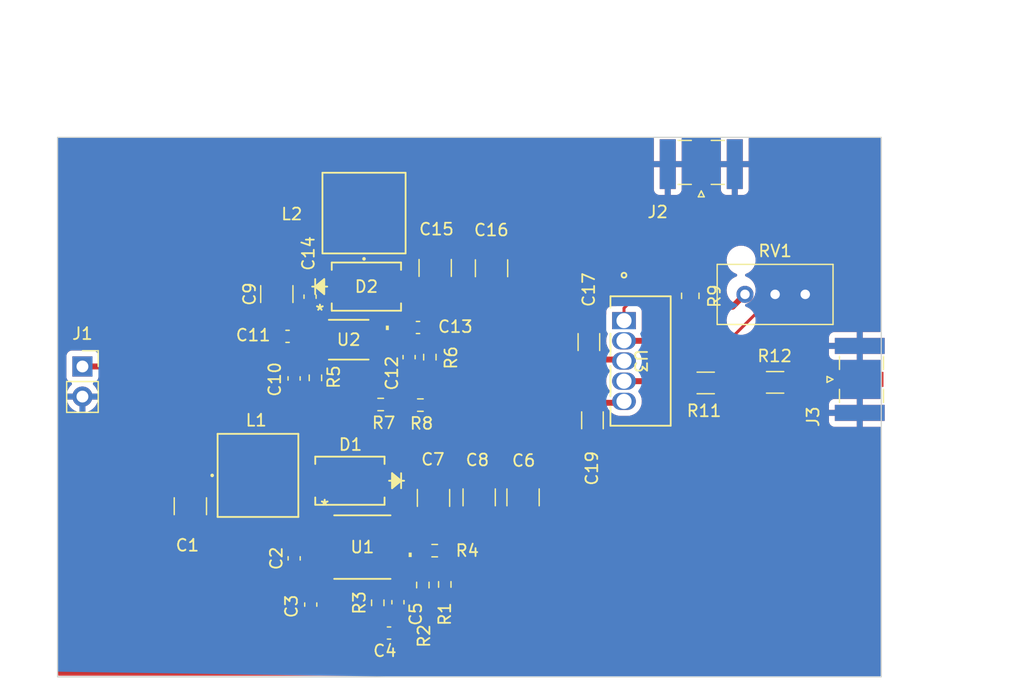
<source format=kicad_pcb>
(kicad_pcb (version 20221018) (generator pcbnew)
  (layers (0 "F.Cu" signal) (31 "B.Cu" signal) (34 "B.Paste" user) (35 "F.Paste" user) (36 "B.SilkS" user "B.Silkscreen") (37 "F.SilkS" user "F.Silkscreen") (38 "B.Mask" user) (39 "F.Mask" user) (44 "Edge.Cuts" user))
  (net 0 "")
  (net 1 "VCC")
  (net 2 "GND")
  (net 3 "+30V")
  (net 4 "-30V")
  (net 5 "/FB+")
  (net 6 "/SW")
  (net 7 "/FB-")
  (net 10 "/COMP+")
  (net 11 "/COMP-")
  (net 12 "Net-(U2-BOOT)")
  (net 13 "/PH")
  (net 14 "Net-(U2-SS{slash}TR)")
  (net 15 "Net-(U2-RT{slash}CLK)")
  (net 16 "/VIN")
  (net 17 "/VOUT")
  (net 18 "/Vfb")
  (net 19 "/Vo")
  (net 20 "Net-(U1-SS)")
  (net 21 "Net-(C4-Pad1)")
  (net 22 "Net-(U1-FREQ)")
  (net 23 "Net-(R11-Pad2)")
  (net 25 "Net-(C13-Pad1)")
  (footprint "Resistor_SMD:R_0603_1608Metric" (layer "F.Cu") (at 99.95 73.6 -90)
    (fp_text reference "R1" (at 2.5 0 90) (layer "F.SilkS"))
    (fp_text value "232k")
    (fp_line (start -0.237258 -0.5225) (end 0.237258 -0.5225) (stroke (width 0.12)) (layer "F.SilkS"))
    (fp_line (start -0.237258 0.5225) (end 0.237258 0.5225) (stroke (width 0.12)) (layer "F.SilkS"))
    (pad "1" smd roundrect (at -0.825 0 270) (size 0.8 0.95) (layers "F.Cu" "F.Paste" "F.Mask") (net 5 "/FB+"))
    (pad "2" smd roundrect (at 0.825 0 270) (size 0.8 0.95) (layers "F.Cu" "F.Paste" "F.Mask") (net 3 "+30V"))
  )
  (footprint "TPS54260:DGQ10_1P88X1P57" (layer "F.Cu") (at 91.85 52.95)
    (fp_text reference "U2" (at 0 0 unlocked) (layer "F.SilkS"))
    (fp_text value "TPS54260DGQ")
    (fp_text user "*" (at -2.428999 -2.413 unlocked) (layer "F.SilkS"))
    (fp_text user "*" (at -2.428999 -2.413) (layer "F.SilkS"))
    (fp_line (start -1.676999 1.676999) (end 1.676999 1.676999) (stroke (width 0.1524)) (layer "F.SilkS"))
    (fp_line (start 1.676999 -1.676999) (end -1.676999 -1.676999) (stroke (width 0.1524)) (layer "F.SilkS"))
    (fp_poly (pts (xy 3.382998 -1.190501) (xy 3.382998 -0.809501) (xy 3.128998 -0.809501) (xy 3.128998 -1.190501)) (fill solid) (layer "F.SilkS"))
    (pad "1" smd rect (at -2.174999 -1.000001) (size 1.399999 0.27) (layers "F.Cu" "F.Paste" "F.Mask") (net 12 "Net-(U2-BOOT)"))
    (pad "2" smd rect (at -2.174999 -0.499999) (size 1.399999 0.27) (layers "F.Cu" "F.Paste" "F.Mask") (net 1 "VCC"))
    (pad "3" smd rect (at -2.174999 0) (size 1.399999 0.27) (layers "F.Cu" "F.Paste" "F.Mask"))
    (pad "4" smd rect (at -2.174999 0.499999) (size 1.399999 0.27) (layers "F.Cu" "F.Paste" "F.Mask") (net 14 "Net-(U2-SS{slash}TR)"))
    (pad "5" smd rect (at -2.174999 1.000001) (size 1.399999 0.27) (layers "F.Cu" "F.Paste" "F.Mask") (net 15 "Net-(U2-RT{slash}CLK)"))
    (pad "6" smd rect (at 2.174999 1.000001) (size 1.399999 0.27) (layers "F.Cu" "F.Paste" "F.Mask"))
    (pad "7" smd rect (at 2.174999 0.499999) (size 1.399999 0.27) (layers "F.Cu" "F.Paste" "F.Mask") (net 7 "/FB-"))
    (pad "8" smd rect (at 2.174999 0) (size 1.399999 0.27) (layers "F.Cu" "F.Paste" "F.Mask") (net 11 "/COMP-"))
    (pad "9" smd rect (at -0.05 0) (size 2.2 3.1) (layers "F.Cu" "F.Paste" "F.Mask") (net 4 "-30V"))
    (pad "9" smd rect (at 2.174999 -0.499999) (size 1.399999 0.27) (layers "F.Cu" "F.Paste" "F.Mask") (net 4 "-30V"))
    (pad "10" smd rect (at 2.174999 -1.000001) (size 1.399999 0.27) (layers "F.Cu" "F.Paste" "F.Mask") (net 13 "/PH"))
  )
  (footprint "Resistor_SMD:R_1206_3216Metric" (layer "F.Cu") (at 127.8 56.55)
    (fp_text reference "R12" (at -0.04 -2.2232) (layer "F.SilkS"))
    (fp_text value "2")
    (fp_line (start -0.727064 -0.91) (end 0.727064 -0.91) (stroke (width 0.12)) (layer "F.SilkS"))
    (fp_line (start -0.727064 0.91) (end 0.727064 0.91) (stroke (width 0.12)) (layer "F.SilkS"))
    (pad "1" smd roundrect (at -1.4625 0) (size 1.125 1.75) (layers "F.Cu" "F.Paste" "F.Mask") (roundrect_rratio 0.222222) (net 23 "Net-(R11-Pad2)"))
    (pad "2" smd roundrect (at 1.4625 0) (size 1.125 1.75) (layers "F.Cu" "F.Paste" "F.Mask") (roundrect_rratio 0.222222) (net 17 "/VOUT"))
  )
  (footprint "Capacitor_SMD:C_1210_3225Metric" (layer "F.Cu") (at 102.85 66.25 -90)
    (fp_text reference "C8" (at -3.15 0.15 -180) (layer "F.SilkS"))
    (fp_text value "10u")
    (fp_line (start -0.711252 -1.36) (end 0.711252 -1.36) (stroke (width 0.12)) (layer "F.SilkS"))
    (fp_line (start -0.711252 1.36) (end 0.711252 1.36) (stroke (width 0.12)) (layer "F.SilkS"))
    (pad "1" smd roundrect (at -1.475 0 270) (size 1.15 2.7) (layers "F.Cu" "F.Paste" "F.Mask") (roundrect_rratio 0.217391) (net 3 "+30V"))
    (pad "2" smd roundrect (at 1.475 0 270) (size 1.15 2.7) (layers "F.Cu" "F.Paste" "F.Mask") (roundrect_rratio 0.217391) (net 2 "GND"))
  )
  (footprint "Capacitor_SMD:C_1210_3225Metric" (layer "F.Cu") (at 106.55 66.25 -90)
    (fp_text reference "C6" (at -3.1 -0.05 -180) (layer "F.SilkS"))
    (fp_text value "10u")
    (fp_line (start -0.711252 -1.36) (end 0.711252 -1.36) (stroke (width 0.12)) (layer "F.SilkS"))
    (fp_line (start -0.711252 1.36) (end 0.711252 1.36) (stroke (width 0.12)) (layer "F.SilkS"))
    (pad "1" smd roundrect (at -1.475 0 270) (size 1.15 2.7) (layers "F.Cu" "F.Paste" "F.Mask") (roundrect_rratio 0.217391) (net 3 "+30V"))
    (pad "2" smd roundrect (at 1.475 0 270) (size 1.15 2.7) (layers "F.Cu" "F.Paste" "F.Mask") (roundrect_rratio 0.217391) (net 2 "GND"))
  )
  (footprint "OPA544T:KC5" (layer "F.Cu") (at 115.06 51.3446 -90)
    (fp_text reference "U3" (at 3.4036 -1.397 -90 unlocked) (layer "F.SilkS"))
    (fp_text value "OPA544T")
    (fp_line (start -2.0574 -3.937) (end -2.0574 1.143) (stroke (width 0.1524)) (layer "F.SilkS"))
    (fp_line (start -2.0574 1.143) (end -1.103942 1.143) (stroke (width 0.1524)) (layer "F.SilkS"))
    (fp_line (start 1.103942 1.143) (end 2.972091 1.143) (stroke (width 0.1524)) (layer "F.SilkS"))
    (fp_line (start 3.835109 1.143) (end 6.375691 1.143) (stroke (width 0.1524)) (layer "F.SilkS"))
    (fp_line (start 7.238709 1.143) (end 8.8646 1.143) (stroke (width 0.1524)) (layer "F.SilkS"))
    (fp_line (start 8.8646 -3.937) (end -2.0574 -3.937) (stroke (width 0.1524)) (layer "F.SilkS"))
    (fp_line (start 8.8646 1.143) (end 8.8646 -3.937) (stroke (width 0.1524)) (layer "F.SilkS"))
    (fp_circle (center -3.8354 0) (end -3.6322 0) (stroke (width 0.1524)) (fill none) (layer "F.SilkS"))
    (pad "1" thru_hole rect (at 0 0 270) (size 1.45 2) (drill 1.27) (layers "*.Cu" "*.Mask") (net 16 "/VIN"))
    (pad "2" thru_hole oval (at 1.7018 0 270) (size 1.45 2) (drill 1.27) (layers "*.Cu" "*.Mask") (net 18 "/Vfb"))
    (pad "3" thru_hole oval (at 3.4036 0 270) (size 1.45 2) (drill 1.27) (layers "*.Cu" "*.Mask") (net 4 "-30V"))
    (pad "4" thru_hole oval (at 5.1054 0 270) (size 1.45 2) (drill 1.27) (layers "*.Cu" "*.Mask") (net 19 "/Vo"))
    (pad "5" thru_hole oval (at 6.8072 0 270) (size 1.45 2) (drill 1.27) (layers "*.Cu" "*.Mask") (net 3 "+30V"))
  )
  (footprint "Resistor_SMD:R_0603_1608Metric" (layer "F.Cu") (at 99.1 70.75 180)
    (fp_text reference "R4" (at -2.75 0) (layer "F.SilkS"))
    (fp_text value "78k7")
    (fp_line (start -0.237258 -0.5225) (end 0.237258 -0.5225) (stroke (width 0.12)) (layer "F.SilkS"))
    (fp_line (start -0.237258 0.5225) (end 0.237258 0.5225) (stroke (width 0.12)) (layer "F.SilkS"))
    (pad "1" smd roundrect (at -0.825 0 180) (size 0.8 0.95) (layers "F.Cu" "F.Paste" "F.Mask") (net 2 "GND"))
    (pad "2" smd roundrect (at 0.825 0 180) (size 0.8 0.95) (layers "F.Cu" "F.Paste" "F.Mask") (net 22 "Net-(U1-FREQ)"))
  )
  (footprint "Resistor_SMD:R_1206_3216Metric" (layer "F.Cu") (at 121.95 56.6)
    (fp_text reference "R11" (at -0.14 2.3518) (layer "F.SilkS"))
    (fp_text value "3")
    (fp_line (start -0.727064 -0.91) (end 0.727064 -0.91) (stroke (width 0.12)) (layer "F.SilkS"))
    (fp_line (start -0.727064 0.91) (end 0.727064 0.91) (stroke (width 0.12)) (layer "F.SilkS"))
    (pad "1" smd roundrect (at -1.4625 0) (size 1.125 1.75) (layers "F.Cu" "F.Paste" "F.Mask") (roundrect_rratio 0.222222) (net 19 "/Vo"))
    (pad "2" smd roundrect (at 1.4625 0) (size 1.125 1.75) (layers "F.Cu" "F.Paste" "F.Mask") (roundrect_rratio 0.222222) (net 23 "Net-(R11-Pad2)"))
  )
  (footprint "SSB44:DIODE_DO214AA_MBRS_VIS" (layer "F.Cu") (at 93.3416 48.4714)
    (fp_text reference "D2" (at 0 0 unlocked) (layer "F.SilkS"))
    (fp_text value "4A 48V")
    (fp_line (start -4.318 -0.635) (end -4.318 0.635) (stroke (width 0.1524)) (layer "F.SilkS"))
    (fp_line (start -4.318 0) (end -3.556 -0.635) (stroke (width 0.1524)) (layer "F.SilkS"))
    (fp_line (start -4.318 0) (end -3.556 -0.508) (stroke (width 0.1524)) (layer "F.SilkS"))
    (fp_line (start -4.318 0) (end -3.556 -0.381) (stroke (width 0.1524)) (layer "F.SilkS"))
    (fp_line (start -4.318 0) (end -3.556 -0.254) (stroke (width 0.1524)) (layer "F.SilkS"))
    (fp_line (start -4.318 0) (end -3.556 -0.127) (stroke (width 0.1524)) (layer "F.SilkS"))
    (fp_line (start -4.318 0) (end -3.556 0.127) (stroke (width 0.1524)) (layer "F.SilkS"))
    (fp_line (start -4.318 0) (end -3.556 0.254) (stroke (width 0.1524)) (layer "F.SilkS"))
    (fp_line (start -4.318 0) (end -3.556 0.381) (stroke (width 0.1524)) (layer "F.SilkS"))
    (fp_line (start -4.318 0) (end -3.556 0.508) (stroke (width 0.1524)) (layer "F.SilkS"))
    (fp_line (start -4.318 0) (end -3.556 0.635) (stroke (width 0.1524)) (layer "F.SilkS"))
    (fp_line (start -3.556 -0.635) (end -3.556 0.635) (stroke (width 0.1524)) (layer "F.SilkS"))
    (fp_line (start -3.302 0) (end -4.572 0) (stroke (width 0.1524)) (layer "F.SilkS"))
    (fp_line (start -2.921 -2.032) (end -2.921 -1.41224) (stroke (width 0.1524)) (layer "F.SilkS"))
    (fp_line (start -2.921 1.41224) (end -2.921 2.032) (stroke (width 0.1524)) (layer "F.SilkS"))
    (fp_line (start -2.921 2.032) (end 2.921 2.032) (stroke (width 0.1524)) (layer "F.SilkS"))
    (fp_line (start 2.921 -2.032) (end -2.921 -2.032) (stroke (width 0.1524)) (layer "F.SilkS"))
    (fp_line (start 2.921 -1.41224) (end 2.921 -2.032) (stroke (width 0.1524)) (layer "F.SilkS"))
    (fp_line (start 2.921 2.032) (end 2.921 1.41224) (stroke (width 0.1524)) (layer "F.SilkS"))
    (pad "1" smd rect (at -1.9713 0 90) (size 2.159 1.945399) (layers "F.Cu" "F.Paste" "F.Mask") (net 13 "/PH"))
    (pad "2" smd rect (at 1.9713 0 90) (size 2.159 1.945399) (layers "F.Cu" "F.Paste" "F.Mask") (net 4 "-30V"))
    (zone (net 0) (net_name "") (layer "F.Cu") (connect_pads (clearance 0)) (min_thickness 0.254)
      (keepout (tracks not_allowed) (vias not_allowed) (pads allowed) (copperpour not_allowed) (footprints allowed))
      (fill (thermal_gap 0.508) (thermal_bridge_width 0.508))
      (polygon (pts (xy 90.5984 46.6172) (xy 96.0848 46.6172) (xy 96.0848 47.3411) (xy 90.5984 47.3411)))
    )
    (zone (net 0) (net_name "") (layer "F.Cu") (connect_pads (clearance 0)) (min_thickness 0.254)
      (keepout (tracks not_allowed) (vias not_allowed) (pads allowed) (copperpour not_allowed) (footprints allowed))
      (fill (thermal_gap 0.508) (thermal_bridge_width 0.508))
      (polygon (pts (xy 90.5984 49.6017) (xy 96.0848 49.6017) (xy 96.0848 50.3256) (xy 90.5984 50.3256)))
    )
    (zone (net 0) (net_name "") (layer "F.Cu") (connect_pads (clearance 0)) (min_thickness 0.254)
      (keepout (tracks not_allowed) (vias not_allowed) (pads allowed) (copperpour not_allowed) (footprints allowed))
      (fill (thermal_gap 0.508) (thermal_bridge_width 0.508))
      (polygon (pts (xy 92.393799 47.3411) (xy 94.289401 47.3411) (xy 94.289401 49.6017) (xy 92.393799 49.6017)))
    )
  )
  (footprint "Connector_Coaxial:SMA_Samtec_SMA-J-P-X-ST-EM1_EdgeMount" (layer "F.Cu") (at 121.575 38.1375 180)
    (fp_text reference "J2" (at 3.675 -4.0375) (layer "F.SilkS"))
    (fp_text value "IN")
    (fp_line (start -1.95 -1.71) (end -0.84 -1.71) (stroke (width 0.12)) (layer "F.SilkS"))
    (fp_line (start -1.95 2) (end -0.84 2) (stroke (width 0.12)) (layer "F.SilkS"))
    (fp_line (start -0.25 -2.76) (end 0 -2.26) (stroke (width 0.12)) (layer "F.SilkS"))
    (fp_line (start 0 -2.26) (end 0.25 -2.76) (stroke (width 0.12)) (layer "F.SilkS"))
    (fp_line (start 0.25 -2.76) (end -0.25 -2.76) (stroke (width 0.12)) (layer "F.SilkS"))
    (fp_line (start 0.84 -1.71) (end 1.95 -1.71) (stroke (width 0.12)) (layer "F.SilkS"))
    (fp_line (start 0.84 2) (end 1.95 2) (stroke (width 0.12)) (layer "F.SilkS"))
    (pad "1" smd rect (at 0 0.2 180) (size 1.27 3.6) (layers "F.Cu" "F.Paste" "F.Mask") (net 16 "/VIN"))
    (pad "2" smd rect (at -2.825 0 180) (size 1.35 4.2) (layers "F.Cu" "F.Paste" "F.Mask") (net 2 "GND"))
    (pad "2" smd rect (at -2.825 0 180) (size 1.35 4.2) (layers "B.Cu" "B.Paste" "B.Mask") (net 2 "GND"))
    (pad "2" smd rect (at 2.825 0 180) (size 1.35 4.2) (layers "F.Cu" "F.Paste" "F.Mask") (net 2 "GND"))
    (pad "2" smd rect (at 2.825 0 180) (size 1.35 4.2) (layers "B.Cu" "B.Paste" "B.Mask") (net 2 "GND"))
  )
  (footprint "Capacitor_SMD:C_1210_3225Metric" (layer "F.Cu") (at 99 66.3 -90)
    (fp_text reference "C7" (at -3.25 0.05) (layer "F.SilkS"))
    (fp_text value "10u")
    (fp_line (start -0.711252 -1.36) (end 0.711252 -1.36) (stroke (width 0.12)) (layer "F.SilkS"))
    (fp_line (start -0.711252 1.36) (end 0.711252 1.36) (stroke (width 0.12)) (layer "F.SilkS"))
    (pad "1" smd roundrect (at -1.475 0 270) (size 1.15 2.7) (layers "F.Cu" "F.Paste" "F.Mask") (roundrect_rratio 0.217391) (net 3 "+30V"))
    (pad "2" smd roundrect (at 1.475 0 270) (size 1.15 2.7) (layers "F.Cu" "F.Paste" "F.Mask") (roundrect_rratio 0.217391) (net 2 "GND"))
  )
  (footprint "Capacitor_SMD:C_0603_1608Metric" (layer "F.Cu") (at 96.9416 54.4214 90)
    (fp_text reference "C12" (at -1.3536 -1.452701 90) (layer "F.SilkS"))
    (fp_text value "2n2")
    (fp_line (start -0.14058 -0.51) (end 0.14058 -0.51) (stroke (width 0.12)) (layer "F.SilkS"))
    (fp_line (start -0.14058 0.51) (end 0.14058 0.51) (stroke (width 0.12)) (layer "F.SilkS"))
    (pad "1" smd roundrect (at -0.775 0 90) (size 0.9 0.95) (layers "F.Cu" "F.Paste" "F.Mask") (net 11 "/COMP-"))
    (pad "2" smd roundrect (at 0.775 0 90) (size 0.9 0.95) (layers "F.Cu" "F.Paste" "F.Mask") (net 4 "-30V"))
  )
  (footprint "Capacitor_SMD:C_0603_1608Metric" (layer "F.Cu") (at 87.2448 56.2182 -90)
    (fp_text reference "C10" (at 0.0818 1.630901 90) (layer "F.SilkS"))
    (fp_text value "150n")
    (fp_line (start -0.14058 -0.51) (end 0.14058 -0.51) (stroke (width 0.12)) (layer "F.SilkS"))
    (fp_line (start -0.14058 0.51) (end 0.14058 0.51) (stroke (width 0.12)) (layer "F.SilkS"))
    (pad "1" smd roundrect (at -0.775 0 270) (size 0.9 0.95) (layers "F.Cu" "F.Paste" "F.Mask") (net 14 "Net-(U2-SS{slash}TR)"))
    (pad "2" smd roundrect (at 0.775 0 270) (size 0.9 0.95) (layers "F.Cu" "F.Paste" "F.Mask") (net 4 "-30V"))
  )
  (footprint "Connector_PinSocket_2.54mm:PinSocket_1x02_P2.54mm_Vertical" (layer "F.Cu") (at 69.4 55.21)
    (fp_text reference "J1" (at 0 -2.77) (layer "F.SilkS"))
    (fp_text value "Power_in")
    (fp_line (start -1.33 1.27) (end -1.33 3.87) (stroke (width 0.12)) (layer "F.SilkS"))
    (fp_line (start -1.33 1.27) (end 1.33 1.27) (stroke (width 0.12)) (layer "F.SilkS"))
    (fp_line (start -1.33 3.87) (end 1.33 3.87) (stroke (width 0.12)) (layer "F.SilkS"))
    (fp_line (start 0 -1.33) (end 1.33 -1.33) (stroke (width 0.12)) (layer "F.SilkS"))
    (fp_line (start 1.33 -1.33) (end 1.33 0) (stroke (width 0.12)) (layer "F.SilkS"))
    (fp_line (start 1.33 1.27) (end 1.33 3.87) (stroke (width 0.12)) (layer "F.SilkS"))
    (pad "1" thru_hole rect (at 0 0) (size 1.7 1.7) (drill 1) (layers "*.Cu" "*.Mask") (net 1 "VCC"))
    (pad "2" thru_hole oval (at 0 2.54) (size 1.7 1.7) (drill 1) (layers "*.Cu" "*.Mask") (net 2 "GND"))
  )
  (footprint "Resistor_SMD:R_0603_1608Metric" (layer "F.Cu") (at 97.8916 58.4682 180)
    (fp_text reference "R8" (at -0.1 -1.55) (layer "F.SilkS"))
    (fp_text value "10k")
    (fp_line (start -0.237258 -0.5225) (end 0.237258 -0.5225) (stroke (width 0.12)) (layer "F.SilkS"))
    (fp_line (start -0.237258 0.5225) (end 0.237258 0.5225) (stroke (width 0.12)) (layer "F.SilkS"))
    (pad "1" smd roundrect (at -0.825 0 180) (size 0.8 0.95) (layers "F.Cu" "F.Paste" "F.Mask") (net 4 "-30V"))
    (pad "2" smd roundrect (at 0.825 0 180) (size 0.8 0.95) (layers "F.Cu" "F.Paste" "F.Mask") (net 7 "/FB-"))
  )
  (footprint "TPS55340:PWP14" (layer "F.Cu") (at 93 70.45)
    (fp_text reference "U1" (at 0 0 unlocked) (layer "F.SilkS"))
    (fp_text value "TPS55340PWP")
    (fp_text user "*" (at -3.175 -3.447834 unlocked) (layer "F.SilkS"))
    (fp_text user "*" (at -3.175 -3.447834) (layer "F.SilkS"))
    (fp_poly (pts (xy -0.175 -1.155) (xy -0.175 -1.405) (xy -0.475 -1.405) (xy -0.475 -1.155)) (fill solid) (layer "F.Cu"))
    (fp_poly (pts (xy -0.175 1.155) (xy -0.175 1.405) (xy -0.475 1.405) (xy -0.475 1.155)) (fill solid) (layer "F.Cu"))
    (fp_poly (pts (xy 0.175 -1.155) (xy 0.175 -1.405) (xy 0.475 -1.405) (xy 0.475 -1.155)) (fill solid) (layer "F.Cu"))
    (fp_poly (pts (xy 0.175 1.155) (xy 0.175 1.405) (xy 0.475 1.405) (xy 0.475 1.155)) (fill solid) (layer "F.Cu"))
    (fp_line (start -2.3749 2.6797) (end 2.3749 2.6797) (stroke (width 0.1524)) (layer "F.SilkS"))
    (fp_line (start 2.3749 -2.6797) (end -2.3749 -2.6797) (stroke (width 0.1524)) (layer "F.SilkS"))
    (fp_poly (pts (xy 4.159999 0.459511) (xy 4.159999 0.840511) (xy 3.905999 0.840511) (xy 3.905999 0.459511)) (fill solid) (layer "F.SilkS"))
    (pad "1" smd rect (at -2.921 -1.950034) (size 1.461999 0.3548) (layers "F.Cu" "F.Paste" "F.Mask") (net 6 "/SW"))
    (pad "2" smd rect (at -2.921 -1.300023) (size 1.461999 0.3548) (layers "F.Cu" "F.Paste" "F.Mask") (net 6 "/SW"))
    (pad "3" smd rect (at -2.921 -0.650011) (size 1.461999 0.3548) (layers "F.Cu" "F.Paste" "F.Mask") (net 1 "VCC"))
    (pad "4" smd rect (at -2.921 0) (size 1.461999 0.3548) (layers "F.Cu" "F.Paste" "F.Mask") (net 1 "VCC"))
    (pad "5" smd rect (at -2.921 0.650011) (size 1.461999 0.3548) (layers "F.Cu" "F.Paste" "F.Mask") (net 20 "Net-(U1-SS)"))
    (pad "6" smd rect (at -2.921 1.300023) (size 1.461999 0.3548) (layers "F.Cu" "F.Paste" "F.Mask") (net 2 "GND"))
    (pad "7" smd rect (at -2.921 1.950034) (size 1.461999 0.3548) (layers "F.Cu" "F.Paste" "F.Mask") (net 2 "GND"))
    (pad "8" smd rect (at 2.921 1.950034) (size 1.461999 0.3548) (layers "F.Cu" "F.Paste" "F.Mask") (net 10 "/COMP+"))
    (pad "9" smd rect (at 2.921 1.300023) (size 1.461999 0.3548) (layers "F.Cu" "F.Paste" "F.Mask") (net 5 "/FB+"))
    (pad "10" smd rect (at 2.921 0.650011) (size 1.461999 0.3548) (layers "F.Cu" "F.Paste" "F.Mask") (net 22 "Net-(U1-FREQ)"))
    (pad "11" smd rect (at 2.921 0) (size 1.461999 0.3548) (layers "F.Cu" "F.Paste" "F.Mask"))
    (pad "12" smd rect (at 2.921 -0.650011) (size 1.461999 0.3548) (layers "F.Cu" "F.Paste" "F.Mask") (net 2 "GND"))
    (pad "13" smd rect (at 2.921 -1.300023) (size 1.461999 0.3548) (layers "F.Cu" "F.Paste" "F.Mask") (net 2 "GND"))
    (pad "14" smd rect (at 2.921 -1.950034) (size 1.461999 0.3548) (layers "F.Cu" "F.Paste" "F.Mask") (net 2 "GND"))
    (pad "15" smd rect (at 0 0) (size 2.46 2.31) (layers "F.Cu" "F.Paste" "F.Mask") (net 2 "GND"))
  )
  (footprint "Capacitor_SMD:C_0603_1608Metric" (layer "F.Cu") (at 96 75.1 -90)
    (fp_text reference "C5" (at 1 -1.5 90) (layer "F.SilkS"))
    (fp_text value "150p")
    (fp_line (start -0.14058 -0.51) (end 0.14058 -0.51) (stroke (width 0.12)) (layer "F.SilkS"))
    (fp_line (start -0.14058 0.51) (end 0.14058 0.51) (stroke (width 0.12)) (layer "F.SilkS"))
    (pad "1" smd roundrect (at -0.775 0 270) (size 0.9 0.95) (layers "F.Cu" "F.Paste" "F.Mask") (net 10 "/COMP+"))
    (pad "2" smd roundrect (at 0.775 0 270) (size 0.9 0.95) (layers "F.Cu" "F.Paste" "F.Mask") (net 2 "GND"))
  )
  (footprint "Capacitor_SMD:C_1210_3225Metric" (layer "F.Cu") (at 103.8916 46.9214 -90)
    (fp_text reference "C16" (at -3.2214 0.0166 -180) (layer "F.SilkS"))
    (fp_text value "10u")
    (fp_line (start -0.711252 -1.36) (end 0.711252 -1.36) (stroke (width 0.12)) (layer "F.SilkS"))
    (fp_line (start -0.711252 1.36) (end 0.711252 1.36) (stroke (width 0.12)) (layer "F.SilkS"))
    (pad "1" smd roundrect (at -1.475 0 270) (size 1.15 2.7) (layers "F.Cu" "F.Paste" "F.Mask") (roundrect_rratio 0.217391) (net 2 "GND"))
    (pad "2" smd roundrect (at 1.475 0 270) (size 1.15 2.7) (layers "F.Cu" "F.Paste" "F.Mask") (roundrect_rratio 0.217391) (net 4 "-30V"))
  )
  (footprint "Resistor_SMD:R_0603_1608Metric" (layer "F.Cu") (at 98.1 73.65 90)
    (fp_text reference "R2" (at -4.3 0.1 90) (layer "F.SilkS"))
    (fp_text value "10k")
    (fp_line (start -0.237258 -0.5225) (end 0.237258 -0.5225) (stroke (width 0.12)) (layer "F.SilkS"))
    (fp_line (start -0.237258 0.5225) (end 0.237258 0.5225) (stroke (width 0.12)) (layer "F.SilkS"))
    (pad "1" smd roundrect (at -0.825 0 90) (size 0.8 0.95) (layers "F.Cu" "F.Paste" "F.Mask") (net 2 "GND"))
    (pad "2" smd roundrect (at 0.825 0 90) (size 0.8 0.95) (layers "F.Cu" "F.Paste" "F.Mask") (net 5 "/FB+"))
  )
  (footprint "Potentiometer_THT:Potentiometer_Bourns_3296W_Vertical" (layer "F.Cu") (at 130.34 49.125)
    (fp_text reference "RV1" (at -2.54 -3.66) (layer "F.SilkS"))
    (fp_text value "R_Potentiometer_Trim")
    (fp_line (start -7.425 -2.53) (end -7.425 2.54) (stroke (width 0.12)) (layer "F.SilkS"))
    (fp_line (start -7.425 -2.53) (end 2.345 -2.53) (stroke (width 0.12)) (layer "F.SilkS"))
    (fp_line (start -7.425 2.54) (end 2.345 2.54) (stroke (width 0.12)) (layer "F.SilkS"))
    (fp_line (start 2.345 -2.53) (end 2.345 2.54) (stroke (width 0.12)) (layer "F.SilkS"))
    (pad "1" thru_hole circle (at 0 0) (size 1.44 1.44) (drill 0.8) (layers "*.Cu" "*.Mask"))
    (pad "2" thru_hole circle (at -2.54 0) (size 1.44 1.44) (drill 0.8) (layers "*.Cu" "*.Mask") (net 19 "/Vo"))
    (pad "3" thru_hole circle (at -5.08 0) (size 1.44 1.44) (drill 0.8) (layers "*.Cu" "*.Mask") (net 18 "/Vfb"))
  )
  (footprint "Capacitor_SMD:C_0603_1608Metric" (layer "F.Cu") (at 88.5916 49.3214 90)
    (fp_text reference "C14" (at 3.6464 -0.1416 90) (layer "F.SilkS"))
    (fp_text value "100n")
    (fp_line (start -0.14058 -0.51) (end 0.14058 -0.51) (stroke (width 0.12)) (layer "F.SilkS"))
    (fp_line (start -0.14058 0.51) (end 0.14058 0.51) (stroke (width 0.12)) (layer "F.SilkS"))
    (pad "1" smd roundrect (at -0.775 0 90) (size 0.9 0.95) (layers "F.Cu" "F.Paste" "F.Mask") (net 12 "Net-(U2-BOOT)"))
    (pad "2" smd roundrect (at 0.775 0 90) (size 0.9 0.95) (layers "F.Cu" "F.Paste" "F.Mask") (net 13 "/PH"))
  )
  (footprint "SSB44:DIODE_DO214AA_MBRS_VIS" (layer "F.Cu") (at 91.95 64.85 180)
    (fp_text reference "D1" (at -0.05 3.05 unlocked) (layer "F.SilkS"))
    (fp_text value "4A 40V")
    (fp_line (start -4.318 -0.635) (end -4.318 0.635) (stroke (width 0.1524)) (layer "F.SilkS"))
    (fp_line (start -4.318 0) (end -3.556 -0.635) (stroke (width 0.1524)) (layer "F.SilkS"))
    (fp_line (start -4.318 0) (end -3.556 -0.508) (stroke (width 0.1524)) (layer "F.SilkS"))
    (fp_line (start -4.318 0) (end -3.556 -0.381) (stroke (width 0.1524)) (layer "F.SilkS"))
    (fp_line (start -4.318 0) (end -3.556 -0.254) (stroke (width 0.1524)) (layer "F.SilkS"))
    (fp_line (start -4.318 0) (end -3.556 -0.127) (stroke (width 0.1524)) (layer "F.SilkS"))
    (fp_line (start -4.318 0) (end -3.556 0.127) (stroke (width 0.1524)) (layer "F.SilkS"))
    (fp_line (start -4.318 0) (end -3.556 0.254) (stroke (width 0.1524)) (layer "F.SilkS"))
    (fp_line (start -4.318 0) (end -3.556 0.381) (stroke (width 0.1524)) (layer "F.SilkS"))
    (fp_line (start -4.318 0) (end -3.556 0.508) (stroke (width 0.1524)) (layer "F.SilkS"))
    (fp_line (start -4.318 0) (end -3.556 0.635) (stroke (width 0.1524)) (layer "F.SilkS"))
    (fp_line (start -3.556 -0.635) (end -3.556 0.635) (stroke (width 0.1524)) (layer "F.SilkS"))
    (fp_line (start -3.302 0) (end -4.572 0) (stroke (width 0.1524)) (layer "F.SilkS"))
    (fp_line (start -2.921 -2.032) (end -2.921 -1.41224) (stroke (width 0.1524)) (layer "F.SilkS"))
    (fp_line (start -2.921 1.41224) (end -2.921 2.032) (stroke (width 0.1524)) (layer "F.SilkS"))
    (fp_line (start -2.921 2.032) (end 2.921 2.032) (stroke (width 0.1524)) (layer "F.SilkS"))
    (fp_line (start 2.921 -2.032) (end -2.921 -2.032) (stroke (width 0.1524)) (layer "F.SilkS"))
    (fp_line (start 2.921 -1.41224) (end 2.921 -2.032) (stroke (width 0.1524)) (layer "F.SilkS"))
    (fp_line (start 2.921 2.032) (end 2.921 1.41224) (stroke (width 0.1524)) (layer "F.SilkS"))
    (pad "1" smd rect (at -1.9713 0 270) (size 2.159 1.945399) (layers "F.Cu" "F.Paste" "F.Mask") (net 3 "+30V"))
    (pad "2" smd rect (at 1.9713 0 270) (size 2.159 1.945399) (layers "F.Cu" "F.Paste" "F.Mask") (net 6 "/SW"))
    (zone (net 0) (net_name "") (layer "F.Cu") (connect_pads (clearance 0)) (min_thickness 0.254)
      (keepout (tracks not_allowed) (vias not_allowed) (pads allowed) (copperpour not_allowed) (footprints allowed))
      (fill (thermal_gap 0.508) (thermal_bridge_width 0.508))
      (polygon (pts (xy 92.897801 65.9803) (xy 91.002199 65.9803) (xy 91.002199 63.7197) (xy 92.897801 63.7197)))
    )
    (zone (net 0) (net_name "") (layer "F.Cu") (connect_pads (clearance 0)) (min_thickness 0.254)
      (keepout (tracks not_allowed) (vias not_allowed) (pads allowed) (copperpour not_allowed) (footprints allowed))
      (fill (thermal_gap 0.508) (thermal_bridge_width 0.508))
      (polygon (pts (xy 94.6932 63.7197) (xy 89.2068 63.7197) (xy 89.2068 62.9958) (xy 94.6932 62.9958)))
    )
    (zone (net 0) (net_name "") (layer "F.Cu") (connect_pads (clearance 0)) (min_thickness 0.254)
      (keepout (tracks not_allowed) (vias not_allowed) (pads allowed) (copperpour not_allowed) (footprints allowed))
      (fill (thermal_gap 0.508) (thermal_bridge_width 0.508))
      (polygon (pts (xy 94.6932 66.7042) (xy 89.2068 66.7042) (xy 89.2068 65.9803) (xy 94.6932 65.9803)))
    )
  )
  (footprint "Resistor_SMD:R_0603_1608Metric" (layer "F.Cu") (at 94.5448 58.4182 180)
    (fp_text reference "R7" (at -0.25 -1.55) (layer "F.SilkS"))
    (fp_text value "365k")
    (fp_line (start -0.237258 -0.5225) (end 0.237258 -0.5225) (stroke (width 0.12)) (layer "F.SilkS"))
    (fp_line (start -0.237258 0.5225) (end 0.237258 0.5225) (stroke (width 0.12)) (layer "F.SilkS"))
    (pad "1" smd roundrect (at -0.825 0 180) (size 0.8 0.95) (layers "F.Cu" "F.Paste" "F.Mask") (net 7 "/FB-"))
    (pad "2" smd roundrect (at 0.825 0 180) (size 0.8 0.95) (layers "F.Cu" "F.Paste" "F.Mask") (net 2 "GND"))
  )
  (footprint "Capacitor_SMD:C_1210_3225Metric" (layer "F.Cu") (at 99.1416 46.8964 -90)
    (fp_text reference "C15" (at -3.2714 -0.1084) (layer "F.SilkS"))
    (fp_text value "10u")
    (fp_line (start -0.711252 -1.36) (end 0.711252 -1.36) (stroke (width 0.12)) (layer "F.SilkS"))
    (fp_line (start -0.711252 1.36) (end 0.711252 1.36) (stroke (width 0.12)) (layer "F.SilkS"))
    (pad "1" smd roundrect (at -1.475 0 270) (size 1.15 2.7) (layers "F.Cu" "F.Paste" "F.Mask") (roundrect_rratio 0.217391) (net 2 "GND"))
    (pad "2" smd roundrect (at 1.475 0 270) (size 1.15 2.7) (layers "F.Cu" "F.Paste" "F.Mask") (roundrect_rratio 0.217391) (net 4 "-30V"))
  )
  (footprint "Connector_Coaxial:SMA_Samtec_SMA-J-P-X-ST-EM1_EdgeMount" (layer "F.Cu") (at 134.9375 56.3 90)
    (fp_text reference "J3" (at -3.15 -3.9375 90) (layer "F.SilkS"))
    (fp_text value "OUT")
    (fp_line (start -1.95 -1.71) (end -0.84 -1.71) (stroke (width 0.12)) (layer "F.SilkS"))
    (fp_line (start -1.95 2) (end -0.84 2) (stroke (width 0.12)) (layer "F.SilkS"))
    (fp_line (start -0.25 -2.76) (end 0 -2.26) (stroke (width 0.12)) (layer "F.SilkS"))
    (fp_line (start 0 -2.26) (end 0.25 -2.76) (stroke (width 0.12)) (layer "F.SilkS"))
    (fp_line (start 0.25 -2.76) (end -0.25 -2.76) (stroke (width 0.12)) (layer "F.SilkS"))
    (fp_line (start 0.84 -1.71) (end 1.95 -1.71) (stroke (width 0.12)) (layer "F.SilkS"))
    (fp_line (start 0.84 2) (end 1.95 2) (stroke (width 0.12)) (layer "F.SilkS"))
    (pad "1" smd rect (at 0 0.2 90) (size 1.27 3.6) (layers "F.Cu" "F.Paste" "F.Mask") (net 17 "/VOUT"))
    (pad "2" smd rect (at -2.825 0 90) (size 1.35 4.2) (layers "F.Cu" "F.Paste" "F.Mask") (net 2 "GND"))
    (pad "2" smd rect (at -2.825 0 90) (size 1.35 4.2) (layers "B.Cu" "B.Paste" "B.Mask") (net 2 "GND"))
    (pad "2" smd rect (at 2.825 0 90) (size 1.35 4.2) (layers "F.Cu" "F.Paste" "F.Mask") (net 2 "GND"))
    (pad "2" smd rect (at 2.825 0 90) (size 1.35 4.2) (layers "B.Cu" "B.Paste" "B.Mask") (net 2 "GND"))
  )
  (footprint "Capacitor_SMD:C_1210_3225Metric" (layer "F.Cu") (at 85.7889 49.1 90)
    (fp_text reference "C9" (at 0 -2.3 90) (layer "F.SilkS"))
    (fp_text value "56u")
    (fp_line (start -0.711252 -1.36) (end 0.711252 -1.36) (stroke (width 0.12)) (layer "F.SilkS"))
    (fp_line (start -0.711252 1.36) (end 0.711252 1.36) (stroke (width 0.12)) (layer "F.SilkS"))
    (pad "1" smd roundrect (at -1.475 0 90) (size 1.15 2.7) (layers "F.Cu" "F.Paste" "F.Mask") (roundrect_rratio 0.217391) (net 1 "VCC"))
    (pad "2" smd roundrect (at 1.475 0 90) (size 1.15 2.7) (layers "F.Cu" "F.Paste" "F.Mask") (roundrect_rratio 0.217391) (net 2 "GND"))
  )
  (footprint "Resistor_SMD:R_0805_2012Metric" (layer "F.Cu") (at 120.65 49.25 -90)
    (fp_text reference "R9" (at 0.0268 -2.035 90) (layer "F.SilkS"))
    (fp_text value "10k")
    (fp_line (start -0.227064 -0.735) (end 0.227064 -0.735) (stroke (width 0.12)) (layer "F.SilkS"))
    (fp_line (start -0.227064 0.735) (end 0.227064 0.735) (stroke (width 0.12)) (layer "F.SilkS"))
    (pad "1" smd roundrect (at -0.9125 0 270) (size 1.025 1.4) (layers "F.Cu" "F.Paste" "F.Mask") (roundrect_rratio 0.243902) (net 2 "GND"))
    (pad "2" smd roundrect (at 0.9125 0 270) (size 1.025 1.4) (layers "F.Cu" "F.Paste" "F.Mask") (roundrect_rratio 0.243902) (net 18 "/Vfb"))
  )
  (footprint "XAL6060:IND_XAL60XX-240H_COC" (layer "F.Cu") (at 93.1416 42.2682 90)
    (fp_text reference "L2" (at -0.0818 -6.0916 unlocked) (layer "F.SilkS"))
    (fp_text value "100u")
    (fp_line (start -3.4036 -3.5052) (end -3.4036 3.5052) (stroke (width 0.1524)) (layer "F.SilkS"))
    (fp_line (start -3.4036 3.5052) (end 3.4036 3.5052) (stroke (width 0.1524)) (layer "F.SilkS"))
    (fp_line (start 3.4036 -3.5052) (end -3.4036 -3.5052) (stroke (width 0.1524)) (layer "F.SilkS"))
    (fp_line (start 3.4036 3.5052) (end 3.4036 -3.5052) (stroke (width 0.1524)) (layer "F.SilkS"))
    (fp_circle (center -3.8608 0) (end -3.7846 0) (stroke (width 0.1524)) (fill none) (layer "F.SilkS"))
    (pad "1" smd rect (at -2.0574 0 90) (size 1.2954 5.0038) (layers "F.Cu" "F.Paste" "F.Mask") (net 13 "/PH"))
    (pad "2" smd rect (at 2.0574 0 90) (size 1.2954 5.0038) (layers "F.Cu" "F.Paste" "F.Mask") (net 2 "GND"))
  )
  (footprint "Capacitor_SMD:C_0603_1608Metric" (layer "F.Cu") (at 95.25 77.7)
    (fp_text reference "C4" (at -0.35 1.5) (layer "F.SilkS"))
    (fp_text value "220n")
    (fp_line (start -0.14058 -0.51) (end 0.14058 -0.51) (stroke (width 0.12)) (layer "F.SilkS"))
    (fp_line (start -0.14058 0.51) (end 0.14058 0.51) (stroke (width 0.12)) (layer "F.SilkS"))
    (pad "1" smd roundrect (at -0.775 0) (size 0.9 0.95) (layers "F.Cu" "F.Paste" "F.Mask") (net 21 "Net-(C4-Pad1)"))
    (pad "2" smd roundrect (at 0.775 0) (size 0.9 0.95) (layers "F.Cu" "F.Paste" "F.Mask") (net 2 "GND"))
  )
  (footprint "XAL6060:IND_XAL60XX-240H_COC" (layer "F.Cu") (at 84.2 64.4)
    (fp_text reference "L1" (at -0.15 -4.65 unlocked) (layer "F.SilkS"))
    (fp_text value "47u")
    (fp_line (start -3.4036 -3.5052) (end -3.4036 3.5052) (stroke (width 0.1524)) (layer "F.SilkS"))
    (fp_line (start -3.4036 3.5052) (end 3.4036 3.5052) (stroke (width 0.1524)) (layer "F.SilkS"))
    (fp_line (start 3.4036 -3.5052) (end -3.4036 -3.5052) (stroke (width 0.1524)) (layer "F.SilkS"))
    (fp_line (start 3.4036 3.5052) (end 3.4036 -3.5052) (stroke (width 0.1524)) (layer "F.SilkS"))
    (fp_circle (center -3.8608 0) (end -3.7846 0) (stroke (width 0.1524)) (fill none) (layer "F.SilkS"))
    (pad "1" smd rect (at -2.0574 0) (size 1.2954 5.0038) (layers "F.Cu" "F.Paste" "F.Mask") (net 1 "VCC"))
    (pad "2" smd rect (at 2.0574 0) (size 1.2954 5.0038) (layers "F.Cu" "F.Paste" "F.Mask") (net 6 "/SW"))
  )
  (footprint "Capacitor_SMD:C_1206_3216Metric" (layer "F.Cu") (at 112.1 53.15 -90)
    (fp_text reference "C17" (at -4.4232 0.015 -270) (layer "F.SilkS"))
    (fp_text value "100n")
    (fp_line (start -0.711252 -0.91) (end 0.711252 -0.91) (stroke (width 0.12)) (layer "F.SilkS"))
    (fp_line (start -0.711252 0.91) (end 0.711252 0.91) (stroke (width 0.12)) (layer "F.SilkS"))
    (pad "1" smd roundrect (at -1.475 0 270) (size 1.15 1.8) (layers "F.Cu" "F.Paste" "F.Mask") (roundrect_rratio 0.217391) (net 2 "GND"))
    (pad "2" smd roundrect (at 1.475 0 270) (size 1.15 1.8) (layers "F.Cu" "F.Paste" "F.Mask") (roundrect_rratio 0.217391) (net 4 "-30V"))
  )
  (footprint "Resistor_SMD:R_0603_1608Metric" (layer "F.Cu") (at 94.3 75.15 90)
    (fp_text reference "R3" (at 0 -1.55 90) (layer "F.SilkS"))
    (fp_text value "3k7")
    (fp_line (start -0.237258 -0.5225) (end 0.237258 -0.5225) (stroke (width 0.12)) (layer "F.SilkS"))
    (fp_line (start -0.237258 0.5225) (end 0.237258 0.5225) (stroke (width 0.12)) (layer "F.SilkS"))
    (pad "1" smd roundrect (at -0.825 0 90) (size 0.8 0.95) (layers "F.Cu" "F.Paste" "F.Mask") (net 21 "Net-(C4-Pad1)"))
    (pad "2" smd roundrect (at 0.825 0 90) (size 0.8 0.95) (layers "F.Cu" "F.Paste" "F.Mask") (net 10 "/COMP+"))
  )
  (footprint "Capacitor_SMD:C_0603_1608Metric" (layer "F.Cu") (at 97.6916 51.9214 180)
    (fp_text reference "C13" (at -3.147299 0.0714) (layer "F.SilkS"))
    (fp_text value "220n")
    (fp_line (start -0.14058 -0.51) (end 0.14058 -0.51) (stroke (width 0.12)) (layer "F.SilkS"))
    (fp_line (start -0.14058 0.51) (end 0.14058 0.51) (stroke (width 0.12)) (layer "F.SilkS"))
    (pad "1" smd roundrect (at -0.775 0 180) (size 0.9 0.95) (layers "F.Cu" "F.Paste" "F.Mask") (net 25 "Net-(C13-Pad1)"))
    (pad "2" smd roundrect (at 0.775 0 180) (size 0.9 0.95) (layers "F.Cu" "F.Paste" "F.Mask") (net 4 "-30V"))
  )
  (footprint "Capacitor_SMD:C_0603_1608Metric" (layer "F.Cu") (at 88.65 75.3 -90)
    (fp_text reference "C3" (at 0.15 1.625 90) (layer "F.SilkS"))
    (fp_text value "47n")
    (fp_line (start -0.14058 -0.51) (end 0.14058 -0.51) (stroke (width 0.12)) (layer "F.SilkS"))
    (fp_line (start -0.14058 0.51) (end 0.14058 0.51) (stroke (width 0.12)) (layer "F.SilkS"))
    (pad "1" smd roundrect (at -0.775 0 270) (size 0.9 0.95) (layers "F.Cu" "F.Paste" "F.Mask") (net 20 "Net-(U1-SS)"))
    (pad "2" smd roundrect (at 0.775 0 270) (size 0.9 0.95) (layers "F.Cu" "F.Paste" "F.Mask") (net 2 "GND"))
  )
  (footprint "Capacitor_SMD:C_0603_1608Metric" (layer "F.Cu") (at 87.25 71.4 -90)
    (fp_text reference "C2" (at 0 1.5 90) (layer "F.SilkS"))
    (fp_text value "100n")
    (fp_line (start -0.14058 -0.51) (end 0.14058 -0.51) (stroke (width 0.12)) (layer "F.SilkS"))
    (fp_line (start -0.14058 0.51) (end 0.14058 0.51) (stroke (width 0.12)) (layer "F.SilkS"))
    (pad "1" smd roundrect (at -0.775 0 270) (size 0.9 0.95) (layers "F.Cu" "F.Paste" "F.Mask") (net 1 "VCC"))
    (pad "2" smd roundrect (at 0.775 0 270) (size 0.9 0.95) (layers "F.Cu" "F.Paste" "F.Mask") (net 2 "GND"))
  )
  (footprint "Capacitor_SMD:C_1206_3216Metric" (layer "F.Cu") (at 112.4 59.75 -90)
    (fp_text reference "C19" (at 4.05 0.05 90) (layer "F.SilkS"))
    (fp_text value "100n")
    (fp_line (start -0.711252 -0.91) (end 0.711252 -0.91) (stroke (width 0.12)) (layer "F.SilkS"))
    (fp_line (start -0.711252 0.91) (end 0.711252 0.91) (stroke (width 0.12)) (layer "F.SilkS"))
    (pad "1" smd roundrect (at -1.475 0 270) (size 1.15 1.8) (layers "F.Cu" "F.Paste" "F.Mask") (roundrect_rratio 0.217391) (net 3 "+30V"))
    (pad "2" smd roundrect (at 1.475 0 270) (size 1.15 1.8) (layers "F.Cu" "F.Paste" "F.Mask") (roundrect_rratio 0.217391) (net 2 "GND"))
  )
  (footprint "Resistor_SMD:R_0603_1608Metric" (layer "F.Cu") (at 98.6916 54.4214 -90)
    (fp_text reference "R6" (at 0.0536 -1.7834 90) (layer "F.SilkS"))
    (fp_text value "8k2")
    (fp_line (start -0.237258 -0.5225) (end 0.237258 -0.5225) (stroke (width 0.12)) (layer "F.SilkS"))
    (fp_line (start -0.237258 0.5225) (end 0.237258 0.5225) (stroke (width 0.12)) (layer "F.SilkS"))
    (pad "1" smd roundrect (at -0.825 0 270) (size 0.8 0.95) (layers "F.Cu" "F.Paste" "F.Mask") (net 25 "Net-(C13-Pad1)"))
    (pad "2" smd roundrect (at 0.825 0 270) (size 0.8 0.95) (layers "F.Cu" "F.Paste" "F.Mask") (net 11 "/COMP-"))
  )
  (footprint "Capacitor_SMD:C_0603_1608Metric" (layer "F.Cu") (at 86.6948 52.6682 180)
    (fp_text reference "C11" (at 2.9 0.1) (layer "F.SilkS"))
    (fp_text value "1u")
    (fp_line (start -0.14058 -0.51) (end 0.14058 -0.51) (stroke (width 0.12)) (layer "F.SilkS"))
    (fp_line (start -0.14058 0.51) (end 0.14058 0.51) (stroke (width 0.12)) (layer "F.SilkS"))
    (pad "1" smd roundrect (at -0.775 0 180) (size 0.9 0.95) (layers "F.Cu" "F.Paste" "F.Mask") (net 1 "VCC"))
    (pad "2" smd roundrect (at 0.775 0 180) (size 0.9 0.95) (layers "F.Cu" "F.Paste" "F.Mask") (net 4 "-30V"))
  )
  (footprint "Resistor_SMD:R_0603_1608Metric" (layer "F.Cu") (at 89.0448 56.1682 90)
    (fp_text reference "R5" (at 0.0682 1.544099 90) (layer "F.SilkS"))
    (fp_text value "300k")
    (fp_line (start -0.237258 -0.5225) (end 0.237258 -0.5225) (stroke (width 0.12)) (layer "F.SilkS"))
    (fp_line (start -0.237258 0.5225) (end 0.237258 0.5225) (stroke (width 0.12)) (layer "F.SilkS"))
    (pad "1" smd roundrect (at -0.825 0 90) (size 0.8 0.95) (layers "F.Cu" "F.Paste" "F.Mask") (net 4 "-30V"))
    (pad "2" smd roundrect (at 0.825 0 90) (size 0.8 0.95) (layers "F.Cu" "F.Paste" "F.Mask") (net 15 "Net-(U2-RT{slash}CLK)"))
  )
  (footprint "Capacitor_SMD:C_1210_3225Metric" (layer "F.Cu") (at 78.5 67 -90)
    (fp_text reference "C1" (at 3.3 0.25 -180) (layer "F.SilkS"))
    (fp_text value "10u")
    (fp_line (start -0.711252 -1.36) (end 0.711252 -1.36) (stroke (width 0.12)) (layer "F.SilkS"))
    (fp_line (start -0.711252 1.36) (end 0.711252 1.36) (stroke (width 0.12)) (layer "F.SilkS"))
    (pad "1" smd roundrect (at -1.475 0 270) (size 1.15 2.7) (layers "F.Cu" "F.Paste" "F.Mask") (roundrect_rratio 0.217391) (net 1 "VCC"))
    (pad "2" smd roundrect (at 1.475 0 270) (size 1.15 2.7) (layers "F.Cu" "F.Paste" "F.Mask") (roundrect_rratio 0.217391) (net 2 "GND"))
  )
  (gr_rect (start 67.3 35.875) (end 136.75 81.4) (stroke (width 0.1)) (fill none) (layer "Edge.Cuts"))
  (segment (start 84.975 70.625) (end 87.25 70.625) (width 0.5) (layer "F.Cu") (net 1))
  (segment (start 75.225 65.525) (end 78.5 65.525) (width 0.5) (layer "F.Cu") (net 1))
  (segment (start 82.1426 52.4824) (end 84.05 50.575) (width 0.5) (layer "F.Cu") (net 1))
  (segment (start 87.4698 52.2559) (end 85.7889 50.575) (width 0.5) (layer "F.Cu") (net 1))
  (segment (start 87.4698 52.6682) (end 87.4698 52.462) (width 0.5) (layer "F.Cu") (net 1))
  (segment (start 87.4698 52.462) (end 87.4698 52.2559) (width 0.5) (layer "F.Cu") (net 1))
  (segment (start 69.4 55.21) (end 73.31 55.21) (width 0.5) (layer "F.Cu") (net 1))
  (segment (start 87.4698 52.462) (end 88.6361 52.462) (width 0.25) (layer "F.Cu") (net 1))
  (segment (start 80.9926 65.55) (end 82.1426 64.4) (width 0.5) (layer "F.Cu") (net 1))
  (segment (start 90.079 69.85) (end 90.079 69.8) (width 0.25) (layer "F.Cu") (net 1))
  (segment (start 82.1426 64.4) (end 82.1426 52.4824) (width 0.5) (layer "F.Cu") (net 1))
  (segment (start 79.475 65.525) (end 79.5 65.55) (width 0.5) (layer "F.Cu") (net 1))
  (segment (start 74.5 56.4) (end 74.5 64.8) (width 0.5) (layer "F.Cu") (net 1))
  (segment (start 82.1426 67.7926) (end 84.975 70.625) (width 0.5) (layer "F.Cu") (net 1))
  (segment (start 87.425 70.45) (end 90.079 70.45) (width 0.5) (layer "F.Cu") (net 1))
  (segment (start 87.25 70.625) (end 87.425 70.45) (width 0.5) (layer "F.Cu") (net 1))
  (segment (start 73.31 55.21) (end 74.5 56.4) (width 0.5) (layer "F.Cu") (net 1))
  (segment (start 79.5 65.55) (end 80.9926 65.55) (width 0.5) (layer "F.Cu") (net 1))
  (segment (start 89.675 52.45) (end 88.6481 52.45) (width 0.25) (layer "F.Cu") (net 1))
  (segment (start 84.05 50.575) (end 85.7889 50.575) (width 0.5) (layer "F.Cu") (net 1))
  (segment (start 74.5 64.8) (end 75.225 65.525) (width 0.5) (layer "F.Cu") (net 1))
  (segment (start 82.1426 64.4) (end 82.1426 67.7926) (width 0.5) (layer "F.Cu") (net 1))
  (segment (start 88.6361 52.462) (end 88.6481 52.45) (width 0.25) (layer "F.Cu") (net 1))
  (segment (start 78.5 65.525) (end 79.475 65.525) (width 0.5) (layer "F.Cu") (net 1))
  (segment (start 90.079 70.45) (end 90.079 69.85) (width 0.5) (layer "F.Cu") (net 1))
  (segment (start 112.4 58.275) (end 114.937 58.275) (width 0.5) (layer "F.Cu") (net 3))
  (segment (start 114.937 58.275) (end 115.06 58.1518) (width 0.5) (layer "F.Cu") (net 3))
  (segment (start 107.1 74.425) (end 109.262552 72.262448) (width 0.25) (layer "F.Cu") (net 3))
  (segment (start 98.975 64.85) (end 99 64.825) (width 0.5) (layer "F.Cu") (net 3))
  (segment (start 106.55 64.775) (end 108.225 64.775) (width 0.5) (layer "F.Cu") (net 3))
  (segment (start 109.262552 72.262448) (end 109.262552 63.737552) (width 0.25) (layer "F.Cu") (net 3))
  (segment (start 102.9 64.825) (end 106.5 64.825) (width 0.5) (layer "F.Cu") (net 3))
  (segment (start 100.9251 64.825) (end 102.9 64.825) (width 0.5) (layer "F.Cu") (net 3))
  (segment (start 106.5 64.825) (end 106.55 64.775) (width 0.5) (layer "F.Cu") (net 3))
  (segment (start 108.225 64.775) (end 109.7 63.3) (width 0.5) (layer "F.Cu") (net 3))
  (segment (start 109.7 63.3) (end 109.7 59.312) (width 0.5) (layer "F.Cu") (net 3))
  (segment (start 99 64.825) (end 100.9251 64.825) (width 0.5) (layer "F.Cu") (net 3))
  (segment (start 93.9213 64.85) (end 98.975 64.85) (width 0.5) (layer "F.Cu") (net 3))
  (segment (start 99.95 74.425) (end 107.1 74.425) (width 0.25) (layer "F.Cu") (net 3))
  (segment (start 102.9 64.825) (end 102.85 64.775) (width 0.25) (layer "F.Cu") (net 3))
  (segment (start 109.7 59.312) (end 110.737 58.275) (width 0.5) (layer "F.Cu") (net 3))
  (segment (start 110.737 58.275) (end 112.4 58.275) (width 0.5) (layer "F.Cu") (net 3))
  (segment (start 112.1 54.625) (end 114.937 54.625) (width 0.5) (layer "F.Cu") (net 4))
  (segment (start 99.1416 48.3714) (end 99.0422 48.4708) (width 0.25) (layer "F.Cu") (net 4))
  (segment (start 96.6018 51.9214) (end 96.0732 52.45) (width 0.25) (layer "F.Cu") (net 4))
  (segment (start 107.325 50.075) (end 107.325 53.875) (width 0.5) (layer "F.Cu") (net 4))
  (segment (start 107.325 53.875) (end 108.075 54.625) (width 0.5) (layer "F.Cu") (net 4))
  (segment (start 108.075 54.625) (end 112.1 54.625) (width 0.5) (layer "F.Cu") (net 4))
  (segment (start 94.025 52.45) (end 92.3 52.45) (width 0.25) (layer "F.Cu") (net 4))
  (segment (start 85.9198 56.3198) (end 85.9198 52.6682) (width 0.25) (layer "F.Cu") (net 4))
  (segment (start 105.6464 48.3964) (end 107.325 50.075) (width 0.5) (layer "F.Cu") (net 4))
  (segment (start 96.9166 50.1162) (end 96.9166 51.9214) (width 0.25) (layer "F.Cu") (net 4))
  (segment (start 98.5614 48.4714) (end 96.9166 50.1162) (width 0.25) (layer "F.Cu") (net 4))
  (segment (start 99.0422 48.4714) (end 103.817 48.4714) (width 0.5) (layer "F.Cu") (net 4))
  (segment (start 87.2448 56.9932) (end 86.5932 56.9932) (width 0.25) (layer "F.Cu") (net 4))
  (segment (start 90.5318 56.9932) (end 91.8 55.725) (width 0.25) (layer "F.Cu") (net 4))
  (segment (start 103.8916 48.3968) (end 103.892 48.3964) (width 0.5) (layer "F.Cu") (net 4))
  (segment (start 103.8916 48.3964) (end 105.6464 48.3964) (width 0.5) (layer "F.Cu") (net 4))
  (segment (start 86.5932 56.9932) (end 85.9198 56.3198) (width 0.25) (layer "F.Cu") (net 4))
  (segment (start 92.3 52.45) (end 91.8 52.95) (width 0.25) (layer "F.Cu") (net 4))
  (segment (start 98.7166 58.2833) (end 98.7166 58.4682) (width 0.25) (layer "F.Cu") (net 4))
  (segment (start 114.937 54.625) (end 115.06 54.7482) (width 0.5) (layer "F.Cu") (net 4))
  (segment (start 95.3129 48.4714) (end 98.5614 48.4714) (width 0.5) (layer "F.Cu") (net 4))
  (segment (start 98.5614 48.4714) (end 99.0422 48.4714) (width 0.5) (layer "F.Cu") (net 4))
  (segment (start 87.2448 56.9932) (end 89.0448 56.9932) (width 0.25) (layer "F.Cu") (net 4))
  (segment (start 103.8916 48.3968) (end 103.8916 48.3964) (width 0.25) (layer "F.Cu") (net 4))
  (segment (start 103.817 48.4714) (end 103.8916 48.3968) (width 0.5) (layer "F.Cu") (net 4))
  (segment (start 89.0448 56.9932) (end 90.5318 56.9932) (width 0.25) (layer "F.Cu") (net 4))
  (segment (start 96.9166 51.9214) (end 96.6018 51.9214) (width 0.25) (layer "F.Cu") (net 4))
  (segment (start 96.0732 52.45) (end 94.025 52.45) (width 0.25) (layer "F.Cu") (net 4))
  (segment (start 91.8 55.725) (end 91.8 52.95) (width 0.25) (layer "F.Cu") (net 4))
  (segment (start 99.0422 48.4708) (end 99.0422 48.4714) (width 0.25) (layer "F.Cu") (net 4))
  (segment (start 99.9 72.825) (end 99.95 72.775) (width 0.25) (layer "F.Cu") (net 5))
  (segment (start 98.1 72.825) (end 99.9 72.825) (width 0.25) (layer "F.Cu") (net 5))
  (segment (start 97.025 71.75) (end 98.1 72.825) (width 0.25) (layer "F.Cu") (net 5))
  (segment (start 95.921 71.75) (end 97.025 71.75) (width 0.25) (layer "F.Cu") (net 5))
  (segment (start 88.9568 65.8719) (end 89.9787 64.85) (width 0.5) (layer "F.Cu") (net 6))
  (segment (start 86.7074 64.85) (end 86.2574 64.4) (width 0.5) (layer "F.Cu") (net 6))
  (segment (start 88.9568 67.3778) (end 88.9568 65.8719) (width 0.5) (layer "F.Cu") (net 6))
  (segment (start 89.9787 64.85) (end 86.7074 64.85) (width 0.5) (layer "F.Cu") (net 6))
  (segment (start 90.079 68.5) (end 88.9568 67.3778) (width 0.5) (layer "F.Cu") (net 6))
  (segment (start 90.079 69.15) (end 90.079 68.5) (width 0.5) (layer "F.Cu") (net 6))
  (segment (start 95.3698 53.7679) (end 95.0519 53.45) (width 0.25) (layer "F.Cu") (net 7))
  (segment (start 95.3698 58.4182) (end 95.3698 53.7679) (width 0.25) (layer "F.Cu") (net 7))
  (segment (start 97.0666 58.4682) (end 95.4198 58.4682) (width 0.25) (layer "F.Cu") (net 7))
  (segment (start 95.4198 58.4682) (end 95.3698 58.4182) (width 0.25) (layer "F.Cu") (net 7))
  (segment (start 94.025 53.45) (end 95.0519 53.45) (width 0.25) (layer "F.Cu") (net 7))
  (segment (start 96.9789 72.4) (end 96.9789 73.3461) (width 0.25) (layer "F.Cu") (net 10))
  (segment (start 96 74.325) (end 94.3 74.325) (width 0.25) (layer "F.Cu") (net 10))
  (segment (start 96.9789 73.3461) (end 96 74.325) (width 0.25) (layer "F.Cu") (net 10))
  (segment (start 95.921 72.4) (end 96.9789 72.4) (width 0.25) (layer "F.Cu") (net 10))
  (segment (start 98.6416 55.1964) (end 98.6916 55.2464) (width 0.25) (layer "F.Cu") (net 11))
  (segment (start 97.7816 55.1964) (end 98.6416 55.1964) (width 0.25) (layer "F.Cu") (net 11))
  (segment (start 96.1416 53.903304) (end 95.188296 52.95) (width 0.25) (layer "F.Cu") (net 11))
  (segment (start 95.188296 52.95) (end 94.024999 52.95) (width 0.25) (layer "F.Cu") (net 11))
  (segment (start 96.9416 55.1964) (end 96.1416 54.3964) (width 0.25) (layer "F.Cu") (net 11))
  (segment (start 96.1416 54.3964) (end 96.1416 53.903304) (width 0.25) (layer "F.Cu") (net 11))
  (segment (start 96.9416 55.1964) (end 97.7816 55.1964) (width 0.25) (layer "F.Cu") (net 11))
  (segment (start 88.5916 50.0964) (end 88.5916 51.8935) (width 0.25) (layer "F.Cu") (net 12))
  (segment (start 88.5916 51.8935) (end 88.6481 51.95) (width 0.25) (layer "F.Cu") (net 12))
  (segment (start 89.675 51.95) (end 88.6481 51.95) (width 0.25) (layer "F.Cu") (net 12))
  (segment (start 89.7934 50.0415) (end 89.7934 48.5464) (width 0.25) (layer "F.Cu") (net 13))
  (segment (start 88.5916 48.5464) (end 89.2126 48.5464) (width 0.5) (layer "F.Cu") (net 13))
  (segment (start 95.8018 39.2117) (end 90.4927 39.2117) (width 0.25) (layer "F.Cu") (net 13))
  (segment (start 91.3703 47.9297) (end 91.575 47.725) (width 0.5) (layer "F.Cu") (net 13))
  (segment (start 89.2126 48.5464) (end 89.7934 48.5464) (width 0.5) (layer "F.Cu") (net 13))
  (segment (start 91.3703 47.9297) (end 91.3703 48.4714) (width 0.5) (layer "F.Cu") (net 13))
  (segment (start 94.025 51.95) (end 92.5256 50.4506) (width 0.25) (layer "F.Cu") (net 13))
  (segment (start 91.2953 48.5464) (end 91.3703 48.4714) (width 0.5) (layer "F.Cu") (net 13))
  (segment (start 92.5256 50.4506) (end 90.2025 50.4506) (width 0.25) (layer "F.Cu") (net 13))
  (segment (start 95.9704 39.3803) (end 95.8018 39.2117) (width 0.25) (layer "F.Cu") (net 13))
  (segment (start 95.9704 44.3256) (end 95.9704 39.3803) (width 0.25) (layer "F.Cu") (net 13))
  (segment (start 89.7934 48.5464) (end 91.2953 48.5464) (width 0.5) (layer "F.Cu") (net 13))
  (segment (start 93.1416 44.3256) (end 95.9704 44.3256) (width 0.25) (layer "F.Cu") (net 13))
  (segment (start 90.2025 50.4506) (end 89.7934 50.0415) (width 0.25) (layer "F.Cu") (net 13))
  (segment (start 87.2448 55.4432) (end 87.2448 54.8533) (width 0.25) (layer "F.Cu") (net 14))
  (segment (start 87.2448 54.8533) (end 88.6481 53.45) (width 0.25) (layer "F.Cu") (net 14))
  (segment (start 89.675 53.45) (end 88.6481 53.45) (width 0.25) (layer "F.Cu") (net 14))
  (segment (start 89.675 53.95) (end 89.0448 54.5802) (width 0.25) (layer "F.Cu") (net 15))
  (segment (start 89.0448 54.5802) (end 89.0448 55.3432) (width 0.25) (layer "F.Cu") (net 15))
  (segment (start 121.575 37.9375) (end 121.575 47.7659) (width 0.25) (layer "F.Cu") (net 16))
  (segment (start 115.06 51.3446) (end 115.06 50.2927) (width 0.25) (layer "F.Cu") (net 16))
  (segment (start 122.085 43.2677) (end 115.06 50.2927) (width 0.25) (layer "F.Cu") (net 16))
  (segment (start 129.262 56.55) (end 129.2625 56.55) (width 0.5) (layer "F.Cu") (net 17))
  (segment (start 129.1275 56.4232) (end 135.014 56.4232) (width 0.5) (layer "F.Cu") (net 17))
  (segment (start 119.224 52.0375) (end 120.65 52.0375) (width 0.5) (layer "F.Cu") (net 18))
  (segment (start 120.65 50.1625) (end 120.65 52.0375) (width 0.5) (layer "F.Cu") (net 18))
  (segment (start 118.215 53.0464) (end 119.224 52.0375) (width 0.5) (layer "F.Cu") (net 18))
  (segment (start 115.06 53.0464) (end 118.215 53.0464) (width 0.5) (layer "F.Cu") (net 18))
  (segment (start 120.65 50.1625) (end 124.2225 50.1625) (width 0.5) (layer "F.Cu") (net 18))
  (segment (start 124.2225 50.1625) (end 125.26 49.125) (width 0.5) (layer "F.Cu") (net 18))
  (segment (start 115.06 56.45) (end 120.338 56.45) (width 0.5) (layer "F.Cu") (net 19))
  (segment (start 120.4875 56.5995) (end 120.488 56.6) (width 0.5) (layer "F.Cu") (net 19))
  (segment (start 120.488 54.025) (end 120.65 53.8625) (width 0.5) (layer "F.Cu") (net 19))
  (segment (start 120.4875 56.5995) (end 120.4875 56.6) (width 0.25) (layer "F.Cu") (net 19))
  (segment (start 123.0625 53.8625) (end 120.65 53.8625) (width 0.25) (layer "F.Cu") (net 19))
  (segment (start 127.8 49.125) (end 123.0625 53.8625) (width 0.25) (layer "F.Cu") (net 19))
  (segment (start 120.488 56.6) (end 120.488 54.025) (width 0.5) (layer "F.Cu") (net 19))
  (segment (start 120.338 56.45) (end 120.4875 56.5995) (width 0.5) (layer "F.Cu") (net 19))
  (segment (start 90.079 71.1) (end 89.0211 71.1) (width 0.25) (layer "F.Cu") (net 20))
  (segment (start 88.65 74.525) (end 88.65 71.4711) (width 0.25) (layer "F.Cu") (net 20))
  (segment (start 88.65 71.4711) (end 89.0211 71.1) (width 0.25) (layer "F.Cu") (net 20))
  (segment (start 94.475 77.7) (end 94.3 77.525) (width 0.25) (layer "F.Cu") (net 21))
  (segment (start 94.3 77.525) (end 94.3 75.975) (width 0.25) (layer "F.Cu") (net 21))
  (segment (start 95.921 71.1) (end 97.925 71.1) (width 0.25) (layer "F.Cu") (net 22))
  (segment (start 97.925 71.1) (end 98.275 70.75) (width 0.25) (layer "F.Cu") (net 22))
  (segment (start 126.3375 56.5505) (end 126.3375 56.55) (width 0.25) (layer "F.Cu") (net 23))
  (segment (start 126.3375 56.5505) (end 126.338 56.55) (width 0.5) (layer "F.Cu") (net 23))
  (segment (start 123.412 56.6) (end 123.4125 56.6) (width 0.5) (layer "F.Cu") (net 23))
  (segment (start 126.288 56.6) (end 126.3375 56.5505) (width 0.5) (layer "F.Cu") (net 23))
  (segment (start 123.4125 56.6) (end 126.288 56.6) (width 0.5) (layer "F.Cu") (net 23))
  (segment (start 98.4666 51.9214) (end 98.6916 52.1464) (width 0.25) (layer "F.Cu") (net 25))
  (segment (start 98.6916 52.1464) (end 98.6916 53.5964) (width 0.25) (layer "F.Cu") (net 25))
  (zone (net 2) (net_name "GND") (layer "F.Cu") (priority 1) (connect_pads (clearance 0.5)) (min_thickness 0.25) (fill yes (thermal_gap 0.5) (thermal_bridge_width 0.5))
    (polygon (pts (xy 62.45 30.35) (xy 137.95 30.6) (xy 138.1 81.3) (xy 63.15 81.3)))
  )
  (zone (net 13) (net_name "/PH") (layer "F.Cu") (priority 2) (connect_pads (clearance 0.5)) (min_thickness 0.25) (fill yes (thermal_gap 0.5) (thermal_bridge_width 0.5))
    (polygon (pts (xy 88.3 48.925) (xy 89.975 49.05) (xy 90.425 49.575) (xy 92.65 49.525) (xy 92.65 46.3) (xy 93.925 45.025) (xy 95.675 44.95) (xy 95.7 42.925) (xy 90.55 42.85) (xy 88.2 46.775) (xy 88.175 48.925)))
  )
  (zone (net 2) (net_name "GND") (layer "B.Cu") (connect_pads (clearance 0.5)) (min_thickness 0.25) (fill yes (thermal_gap 0.5) (thermal_bridge_width 0.5))
    (polygon (pts (xy 62.625 30.375) (xy 137.8 30.9) (xy 138.1 82) (xy 63.15 80.9)))
  )
)
</source>
